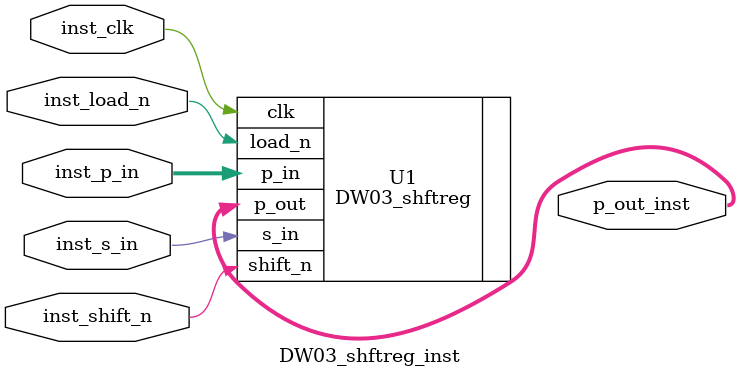
<source format=v>
module DW03_shftreg_inst( inst_clk, inst_s_in, inst_p_in, 
                          inst_shift_n, inst_load_n,  p_out_inst );

  parameter length = 4;

  input inst_clk;
  input inst_s_in;
  input [length-1 : 0] inst_p_in;
  input inst_shift_n;
  input inst_load_n;
  output [length-1 : 0] p_out_inst;

  // Instance of DW03_shftreg
  DW03_shftreg #(length)
    U1 (.clk(inst_clk),   .s_in(inst_s_in),   .p_in(inst_p_in),
        .shift_n(inst_shift_n),   .load_n(inst_load_n),  .p_out(p_out_inst));

endmodule


</source>
